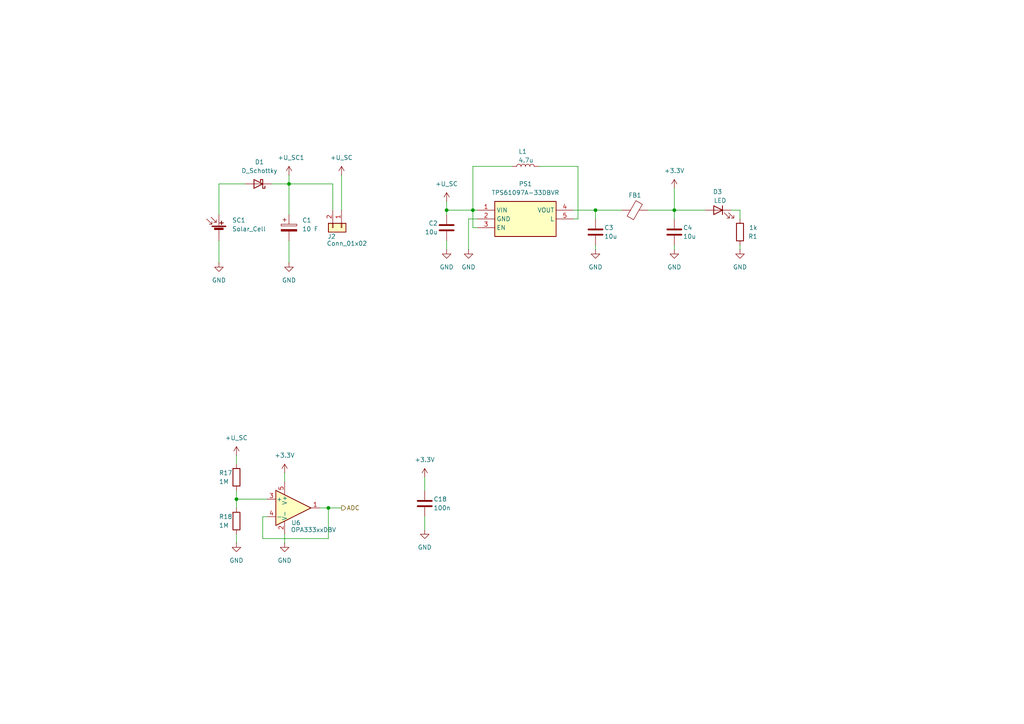
<source format=kicad_sch>
(kicad_sch (version 20231120) (generator "eeschema") (generator_version "8.0")
  (paper "A4")
  (title_block (title "Power") (date "2025-01-03") (company "Vojtech Piroch"))
  (lib_symbols
    (symbol "Amplifier_Operational:OPA333xxDBV" (pin_names (offset 0.127))
      (property "Reference" "U" (at -1.27 6.35 0))
      (property "Value" "OPA333xxDBV" (at -1.27 3.81 0))
      (symbol "OPA333xxDBV_0_1"
        (polyline (pts (xy -5.08 5.08) (xy 5.08 0) (xy -5.08 -5.08) (xy -5.08 5.08)) (stroke (width 0.254)) (fill (type background)))
        (pin power_in line (at -2.54 -7.62 90) (length 3.81) (name "V-") (number "2"))
        (pin power_in line (at -2.54 7.62 270) (length 3.81) (name "V+") (number "5"))
      )
      (symbol "OPA333xxDBV_1_1"
        (pin output line (at 7.62 0 180) (length 2.54) (name "~") (number "1"))
        (pin input line (at -7.62 2.54 0) (length 2.54) (name "+") (number "3"))
        (pin input line (at -7.62 -2.54 0) (length 2.54) (name "-") (number "4"))
      )
    )
    (symbol "Connector_Generic:Conn_01x02" (pin_names (offset 1.016) hide)
      (property "Reference" "J" (at 0 2.54 0))
      (property "Value" "Conn_01x02" (at 0 -5.08 0))
      (symbol "Conn_01x02_1_1"
        (rectangle (start -1.27 -2.413) (end 0 -2.667) (stroke (width 0.1524)))
        (rectangle (start -1.27 0.127) (end 0 -0.127) (stroke (width 0.1524)))
        (rectangle (start -1.27 1.27) (end 1.27 -3.81) (stroke (width 0.254)) (fill (type background)))
        (pin passive line (at -5.08 0 0) (length 3.81) (name "Pin_1") (number "1"))
        (pin passive line (at -5.08 -2.54 0) (length 3.81) (name "Pin_2") (number "2"))
      )
    )
    (symbol "Device:C" (pin_numbers hide) (pin_names (offset 0.254))
      (property "Reference" "C" (at 0.635 2.54 0))
      (property "Value" "C" (at 0.635 -2.54 0))
      (symbol "C_0_1"
        (polyline (pts (xy -2.032 -0.762) (xy 2.032 -0.762)) (stroke (width 0.508)))
        (polyline (pts (xy -2.032 0.762) (xy 2.032 0.762)) (stroke (width 0.508)))
      )
      (symbol "C_1_1"
        (pin passive line (at 0 3.81 270) (length 2.794) (name "~") (number "1"))
        (pin passive line (at 0 -3.81 90) (length 2.794) (name "~") (number "2"))
      )
    )
    (symbol "Device:C_Polarized" (pin_numbers hide) (pin_names (offset 0.254))
      (property "Reference" "C" (at 0.635 2.54 0))
      (property "Value" "C_Polarized" (at 0.635 -2.54 0))
      (symbol "C_Polarized_0_1"
        (rectangle (start -2.286 0.508) (end 2.286 1.016))
        (polyline (pts (xy -1.778 2.286) (xy -0.762 2.286)))
        (polyline (pts (xy -1.27 2.794) (xy -1.27 1.778)))
        (rectangle (start 2.286 -0.508) (end -2.286 -1.016) (fill (type outline)))
      )
      (symbol "C_Polarized_1_1"
        (pin passive line (at 0 3.81 270) (length 2.794) (name "~") (number "1"))
        (pin passive line (at 0 -3.81 90) (length 2.794) (name "~") (number "2"))
      )
    )
    (symbol "Device:D_Schottky" (pin_numbers hide) (pin_names (offset 1.016) hide)
      (property "Reference" "D" (at 0 2.54 0))
      (property "Value" "D_Schottky" (at 0 -2.54 0))
      (symbol "D_Schottky_0_1"
        (polyline (pts (xy 1.27 0) (xy -1.27 0)))
        (polyline (pts (xy 1.27 1.27) (xy 1.27 -1.27) (xy -1.27 0) (xy 1.27 1.27)) (stroke (width 0.254)))
        (polyline (pts (xy -1.905 0.635) (xy -1.905 1.27) (xy -1.27 1.27) (xy -1.27 -1.27) (xy -0.635 -1.27) (xy -0.635 -0.635)) (stroke (width 0.254)))
      )
      (symbol "D_Schottky_1_1"
        (pin passive line (at -3.81 0 0) (length 2.54) (name "K") (number "1"))
        (pin passive line (at 3.81 0 180) (length 2.54) (name "A") (number "2"))
      )
    )
    (symbol "Device:FerriteBead" (pin_numbers hide) (pin_names (offset 0))
      (property "Reference" "FB" (at -3.81 0.635 90))
      (property "Value" "FerriteBead" (at 3.81 0 90))
      (symbol "FerriteBead_0_1"
        (polyline (pts (xy 0 -1.27) (xy 0 -1.2192)))
        (polyline (pts (xy 0 1.27) (xy 0 1.2954)))
        (polyline (pts (xy -2.7686 0.4064) (xy -1.7018 2.2606) (xy 2.7686 -0.3048) (xy 1.6764 -2.159) (xy -2.7686 0.4064)))
      )
      (symbol "FerriteBead_1_1"
        (pin passive line (at 0 3.81 270) (length 2.54) (name "~") (number "1"))
        (pin passive line (at 0 -3.81 90) (length 2.54) (name "~") (number "2"))
      )
    )
    (symbol "Device:L" (pin_numbers hide) (pin_names (offset 1.016) hide)
      (property "Reference" "L" (at -1.27 0 90))
      (property "Value" "L" (at 1.905 0 90))
      (symbol "L_0_1"
        (arc (start 0 -2.54) (mid 0.6323 -1.905) (end 0 -1.27))
        (arc (start 0 -1.27) (mid 0.6323 -0.635) (end 0 0))
        (arc (start 0 0) (mid 0.6323 0.635) (end 0 1.27))
        (arc (start 0 1.27) (mid 0.6323 1.905) (end 0 2.54))
      )
      (symbol "L_1_1"
        (pin passive line (at 0 3.81 270) (length 1.27) (name "1") (number "1"))
        (pin passive line (at 0 -3.81 90) (length 1.27) (name "2") (number "2"))
      )
    )
    (symbol "Device:LED" (pin_numbers hide) (pin_names (offset 1.016) hide)
      (property "Reference" "D" (at 0 2.54 0))
      (property "Value" "LED" (at 0 -2.54 0))
      (symbol "LED_0_1"
        (polyline (pts (xy -1.27 -1.27) (xy -1.27 1.27)) (stroke (width 0.254)))
        (polyline (pts (xy -1.27 0) (xy 1.27 0)))
        (polyline (pts (xy 1.27 -1.27) (xy 1.27 1.27) (xy -1.27 0) (xy 1.27 -1.27)) (stroke (width 0.254)))
        (polyline (pts (xy -3.048 -0.762) (xy -4.572 -2.286) (xy -3.81 -2.286) (xy -4.572 -2.286) (xy -4.572 -1.524)))
        (polyline (pts (xy -1.778 -0.762) (xy -3.302 -2.286) (xy -2.54 -2.286) (xy -3.302 -2.286) (xy -3.302 -1.524)))
      )
      (symbol "LED_1_1"
        (pin passive line (at -3.81 0 0) (length 2.54) (name "K") (number "1"))
        (pin passive line (at 3.81 0 180) (length 2.54) (name "A") (number "2"))
      )
    )
    (symbol "Device:R" (pin_numbers hide) (pin_names (offset 0))
      (property "Reference" "R" (at 2.032 0 90))
      (property "Value" "R" (at 0 0 90))
      (symbol "R_0_1"
        (rectangle (start -1.016 -2.54) (end 1.016 2.54) (stroke (width 0.254)))
      )
      (symbol "R_1_1"
        (pin passive line (at 0 3.81 270) (length 1.27) (name "~") (number "1"))
        (pin passive line (at 0 -3.81 90) (length 1.27) (name "~") (number "2"))
      )
    )
    (symbol "Device:Solar_Cell" (pin_numbers hide) (pin_names (offset 0) hide)
      (property "Reference" "SC" (at 2.54 2.54 0))
      (property "Value" "Solar_Cell" (at 2.54 0 0))
      (symbol "Solar_Cell_0_1"
        (rectangle (start -2.032 1.778) (end 2.032 1.524) (fill (type outline)))
        (rectangle (start -1.3208 1.1938) (end 1.27 0.6858) (fill (type outline)))
        (polyline (pts (xy -2.032 2.286) (xy -3.556 3.81)))
        (polyline (pts (xy -0.762 2.794) (xy -2.286 4.318)))
        (polyline (pts (xy 0 0.762) (xy 0 0)))
        (polyline (pts (xy 0 1.778) (xy 0 2.54)))
        (polyline (pts (xy 0.254 2.667) (xy 1.27 2.667)) (stroke (width 0.254)))
        (polyline (pts (xy 0.762 3.175) (xy 0.762 2.159)) (stroke (width 0.254)))
        (polyline (pts (xy -2.032 3.048) (xy -2.032 2.286) (xy -2.794 2.286)))
        (polyline (pts (xy -0.762 3.556) (xy -0.762 2.794) (xy -1.524 2.794)))
      )
      (symbol "Solar_Cell_1_1"
        (pin passive line (at 0 5.08 270) (length 2.54) (name "+") (number "1"))
        (pin passive line (at 0 -2.54 90) (length 2.54) (name "-") (number "2"))
      )
    )
    (symbol "Library:TPS61097A-33DBVR"
      (property "Reference" "PS" (at 24.13 7.62 0))
      (property "Value" "TPS61097A-33DBVR" (at 24.13 5.08 0))
      (symbol "TPS61097A-33DBVR_1_1"
        (rectangle (start 5.08 2.54) (end 22.86 -7.62) (stroke (width 0.254)) (fill (type background)))
        (pin power_in line (at 0 0 0) (length 5.08) (name "VIN") (number "1"))
        (pin power_in line (at 0 -2.54 0) (length 5.08) (name "GND") (number "2"))
        (pin input line (at 0 -5.08 0) (length 5.08) (name "EN") (number "3"))
        (pin output line (at 27.94 0 180) (length 5.08) (name "VOUT") (number "4"))
        (pin input line (at 27.94 -2.54 180) (length 5.08) (name "L") (number "5"))
      )
    )
    (symbol "power:+3.3V" (power) (pin_numbers hide) (pin_names (offset 0) hide)
      (property "Value" "+3.3V" (at 0 3.556 0))
      (symbol "+3.3V_0_1"
        (polyline (pts (xy -0.762 1.27) (xy 0 2.54)))
        (polyline (pts (xy 0 0) (xy 0 2.54)))
        (polyline (pts (xy 0 2.54) (xy 0.762 1.27)))
      )
      (symbol "+3.3V_1_1"
        (pin power_in line (at 0 0 90) (length 0) (name "~") (number "1"))
      )
    )
    (symbol "power:+BATT" (power) (pin_numbers hide) (pin_names (offset 0) hide)
      (property "Value" "+BATT" (at 0 3.556 0))
      (symbol "+BATT_0_1"
        (polyline (pts (xy -0.762 1.27) (xy 0 2.54)))
        (polyline (pts (xy 0 0) (xy 0 2.54)))
        (polyline (pts (xy 0 2.54) (xy 0.762 1.27)))
      )
      (symbol "+BATT_1_1"
        (pin power_in line (at 0 0 90) (length 0) (name "~") (number "1"))
      )
    )
    (symbol "power:GND" (power) (pin_numbers hide) (pin_names (offset 0) hide)
      (property "Value" "GND" (at 0 -3.81 0))
      (symbol "GND_0_1"
        (polyline (pts (xy 0 0) (xy 0 -1.27) (xy 1.27 -1.27) (xy 0 -2.54) (xy -1.27 -1.27) (xy 0 -1.27)))
      )
      (symbol "GND_1_1"
        (pin power_in line (at 0 0 270) (length 0) (name "~") (number "1"))
      )
    )
  )
  (junction (at 129.54 60.96))
  (junction (at 137.16 60.96))
  (junction (at 195.58 60.96))
  (junction (at 83.82 53.34))
  (junction (at 68.58 144.78))
  (junction (at 172.72 60.96))
  (junction (at 95.25 147.32))
  (wire (pts (xy 63.5 53.34) (xy 71.12 53.34)))
  (wire (pts (xy 63.5 62.23) (xy 63.5 53.34)))
  (wire (pts (xy 76.2 156.21) (xy 95.25 156.21)))
  (wire (pts (xy 172.72 71.12) (xy 172.72 72.39)))
  (wire (pts (xy 123.19 149.86) (xy 123.19 153.67)))
  (wire (pts (xy 83.82 69.85) (xy 83.82 76.2)))
  (wire (pts (xy 195.58 54.61) (xy 195.58 60.96)))
  (wire (pts (xy 92.71 147.32) (xy 95.25 147.32)))
  (wire (pts (xy 138.43 66.04) (xy 137.16 66.04)))
  (wire (pts (xy 214.63 71.12) (xy 214.63 72.39)))
  (wire (pts (xy 129.54 58.42) (xy 129.54 60.96)))
  (wire (pts (xy 95.25 147.32) (xy 99.06 147.32)))
  (wire (pts (xy 68.58 142.24) (xy 68.58 144.78)))
  (wire (pts (xy 77.47 149.86) (xy 76.2 149.86)))
  (wire (pts (xy 63.5 69.85) (xy 63.5 76.2)))
  (wire (pts (xy 195.58 60.96) (xy 195.58 63.5)))
  (wire (pts (xy 166.37 63.5) (xy 167.64 63.5)))
  (wire (pts (xy 76.2 149.86) (xy 76.2 156.21)))
  (wire (pts (xy 138.43 63.5) (xy 135.89 63.5)))
  (wire (pts (xy 166.37 60.96) (xy 172.72 60.96)))
  (wire (pts (xy 99.06 50.8) (xy 99.06 60.96)))
  (wire (pts (xy 123.19 138.43) (xy 123.19 142.24)))
  (wire (pts (xy 68.58 144.78) (xy 77.47 144.78)))
  (wire (pts (xy 83.82 53.34) (xy 83.82 62.23)))
  (wire (pts (xy 148.59 48.26) (xy 137.16 48.26)))
  (wire (pts (xy 135.89 63.5) (xy 135.89 72.39)))
  (wire (pts (xy 172.72 60.96) (xy 180.34 60.96)))
  (wire (pts (xy 167.64 48.26) (xy 167.64 63.5)))
  (wire (pts (xy 137.16 48.26) (xy 137.16 60.96)))
  (wire (pts (xy 68.58 132.08) (xy 68.58 134.62)))
  (wire (pts (xy 95.25 156.21) (xy 95.25 147.32)))
  (wire (pts (xy 214.63 60.96) (xy 214.63 63.5)))
  (wire (pts (xy 195.58 71.12) (xy 195.58 72.39)))
  (wire (pts (xy 82.55 154.94) (xy 82.55 157.48)))
  (wire (pts (xy 212.09 60.96) (xy 214.63 60.96)))
  (wire (pts (xy 187.96 60.96) (xy 195.58 60.96)))
  (wire (pts (xy 96.52 60.96) (xy 96.52 53.34)))
  (wire (pts (xy 172.72 60.96) (xy 172.72 63.5)))
  (wire (pts (xy 82.55 137.16) (xy 82.55 139.7)))
  (wire (pts (xy 129.54 60.96) (xy 137.16 60.96)))
  (wire (pts (xy 137.16 60.96) (xy 138.43 60.96)))
  (wire (pts (xy 156.21 48.26) (xy 167.64 48.26)))
  (wire (pts (xy 195.58 60.96) (xy 204.47 60.96)))
  (wire (pts (xy 68.58 144.78) (xy 68.58 147.32)))
  (wire (pts (xy 129.54 62.23) (xy 129.54 60.96)))
  (wire (pts (xy 96.52 53.34) (xy 83.82 53.34)))
  (wire (pts (xy 129.54 69.85) (xy 129.54 72.39)))
  (wire (pts (xy 78.74 53.34) (xy 83.82 53.34)))
  (wire (pts (xy 137.16 60.96) (xy 137.16 66.04)))
  (wire (pts (xy 83.82 50.8) (xy 83.82 53.34)))
  (wire (pts (xy 68.58 154.94) (xy 68.58 157.48)))
  (hierarchical_label "ADC" (shape output) (at 99.06 147.32 0))
  (symbol (lib_id "Device:R") (at 68.58 138.43 0) (unit 1)
    (property "Reference" "R17" (at 63.5 137.16 0) (effects (justify left)))
    (property "Value" "1M" (at 63.5 139.7 0) (effects (justify left)))
    (property "Footprint" "Resistor_SMD:R_0603_1608Metric_Pad0.98x0.95mm_HandSolder" (effects (hide yes)))
    (property "Description" "Resistor" (effects (hide yes)))
  )
  (symbol (lib_id "power:GND") (at 172.72 72.39 0) (unit 1)
    (property "Reference" "#PWR055" (effects (hide yes)))
    (property "Value" "GND" (at 172.72 77.47 0))
    (property "Description" "Power symbol creates a global label with name \"GND\" , ground" (effects (hide yes)))
  )
  (symbol (lib_id "power:GND") (at 63.5 76.2 0) (unit 1)
    (property "Reference" "#PWR043" (effects (hide yes)))
    (property "Value" "GND" (at 63.5 81.28 0))
    (property "Description" "Power symbol creates a global label with name \"GND\" , ground" (effects (hide yes)))
  )
  (symbol (lib_id "Device:D_Schottky") (at 74.93 53.34 180) (unit 1)
    (property "Reference" "D1" (at 75.2475 46.99 0))
    (property "Value" "D_Schottky" (at 75.2475 49.53 0))
    (property "Footprint" "Diode_SMD:Nexperia_CFP3_SOD-123W" (effects (hide yes)))
    (property "Description" "Schottky diode" (effects (hide yes)))
  )
  (symbol (lib_id "Device:C_Polarized") (at 83.82 66.04 0) (unit 1)
    (property "Reference" "C1" (at 87.63 63.8809 0) (effects (justify left)))
    (property "Value" "10 F" (at 87.63 66.4209 0) (effects (justify left)))
    (property "Footprint" "Library:Supercap_7.5mm" (effects (hide yes)))
    (property "Description" "Polarized capacitor" (effects (hide yes)))
  )
  (symbol (lib_id "Device:FerriteBead") (at 184.15 60.96 90) (unit 1)
    (property "Reference" "FB1" (at 184.15 56.642 90))
    (property "Value" "FerriteBead" (effects (hide yes)))
    (property "Footprint" "Library:BLM21AG102BH1J" (effects (hide yes)))
    (property "Description" "Ferrite bead" (effects (hide yes)))
  )
  (symbol (lib_id "Device:R") (at 68.58 151.13 0) (unit 1)
    (property "Reference" "R18" (at 63.5 149.86 0) (effects (justify left)))
    (property "Value" "1M" (at 63.5 152.4 0) (effects (justify left)))
    (property "Footprint" "Resistor_SMD:R_0603_1608Metric_Pad0.98x0.95mm_HandSolder" (effects (hide yes)))
    (property "Description" "Resistor" (effects (hide yes)))
  )
  (symbol (lib_id "power:GND") (at 135.89 72.39 0) (unit 1)
    (property "Reference" "#PWR054" (effects (hide yes)))
    (property "Value" "GND" (at 135.89 77.47 0))
    (property "Description" "Power symbol creates a global label with name \"GND\" , ground" (effects (hide yes)))
  )
  (symbol (lib_id "power:+BATT") (at 129.54 58.42 0) (unit 1)
    (property "Reference" "#PWR056" (effects (hide yes)))
    (property "Value" "+U_SC" (at 126.238 53.34 0) (effects (justify left)))
    (property "Description" "Power symbol creates a global label with name \"+BATT\"" (effects (hide yes)))
  )
  (symbol (lib_id "Device:C") (at 129.54 66.04 0) (mirror y) (unit 1)
    (property "Reference" "C2" (at 127 64.77 0) (effects (justify left)))
    (property "Value" "10u" (at 127 67.31 0) (effects (justify left)))
    (property "Footprint" "Capacitor_SMD:C_0603_1608Metric_Pad1.08x0.95mm_HandSolder" (effects (hide yes)))
    (property "Description" "Unpolarized capacitor" (effects (hide yes)))
  )
  (symbol (lib_id "power:+BATT") (at 99.06 50.8 0) (unit 1)
    (property "Reference" "#PWR035" (effects (hide yes)))
    (property "Value" "+U_SC" (at 95.758 45.72 0) (effects (justify left)))
    (property "Description" "Power symbol creates a global label with name \"+BATT\"" (effects (hide yes)))
  )
  (symbol (lib_id "power:GND") (at 123.19 153.67 0) (unit 1)
    (property "Reference" "#PWR051" (effects (hide yes)))
    (property "Value" "GND" (at 123.19 158.75 0))
    (property "Description" "Power symbol creates a global label with name \"GND\" , ground" (effects (hide yes)))
  )
  (symbol (lib_id "power:+BATT") (at 83.82 50.8 0) (unit 1)
    (property "Reference" "#PWR045" (effects (hide yes)))
    (property "Value" "+U_SC1" (at 80.518 45.72 0) (effects (justify left)))
    (property "Description" "Power symbol creates a global label with name \"+BATT\"" (effects (hide yes)))
  )
  (symbol (lib_id "Device:LED") (at 208.28 60.96 0) (mirror y) (unit 1)
    (property "Reference" "D3" (at 206.756 55.626 0) (effects (justify right)))
    (property "Value" "LED" (at 207.01 58.166 0) (effects (justify right)))
    (property "Footprint" "LED_SMD:LED_0603_1608Metric_Pad1.05x0.95mm_HandSolder" (effects (hide yes)))
    (property "Description" "Light emitting diode" (effects (hide yes)))
  )
  (symbol (lib_id "Device:R") (at 214.63 67.31 180) (unit 1)
    (property "Reference" "R1" (at 219.71 68.58 0) (effects (justify left)))
    (property "Value" "1k" (at 219.71 66.04 0) (effects (justify left)))
    (property "Footprint" "Resistor_SMD:R_0603_1608Metric_Pad0.98x0.95mm_HandSolder" (effects (hide yes)))
    (property "Description" "Resistor" (effects (hide yes)))
  )
  (symbol (lib_id "power:GND") (at 83.82 76.2 0) (unit 1)
    (property "Reference" "#PWR044" (effects (hide yes)))
    (property "Value" "GND" (at 83.82 81.28 0))
    (property "Description" "Power symbol creates a global label with name \"GND\" , ground" (effects (hide yes)))
  )
  (symbol (lib_id "power:+3.3V") (at 82.55 137.16 0) (unit 1)
    (property "Reference" "#PWR049" (effects (hide yes)))
    (property "Value" "+3.3V" (at 82.55 132.08 0))
    (property "Description" "Power symbol creates a global label with name \"+3.3V\"" (effects (hide yes)))
  )
  (symbol (lib_id "power:GND") (at 129.54 72.39 0) (unit 1)
    (property "Reference" "#PWR017" (effects (hide yes)))
    (property "Value" "GND" (at 129.54 77.47 0))
    (property "Description" "Power symbol creates a global label with name \"GND\" , ground" (effects (hide yes)))
  )
  (symbol (lib_id "power:GND") (at 68.58 157.48 0) (unit 1)
    (property "Reference" "#PWR048" (effects (hide yes)))
    (property "Value" "GND" (at 68.58 162.56 0))
    (property "Description" "Power symbol creates a global label with name \"GND\" , ground" (effects (hide yes)))
  )
  (symbol (lib_id "power:+BATT") (at 68.58 132.08 0) (unit 1)
    (property "Reference" "#PWR046" (effects (hide yes)))
    (property "Value" "+U_SC" (at 65.278 127 0) (effects (justify left)))
    (property "Description" "Power symbol creates a global label with name \"+BATT\"" (effects (hide yes)))
  )
  (symbol (lib_id "power:GND") (at 82.55 157.48 0) (unit 1)
    (property "Reference" "#PWR047" (effects (hide yes)))
    (property "Value" "GND" (at 82.55 162.56 0))
    (property "Description" "Power symbol creates a global label with name \"GND\" , ground" (effects (hide yes)))
  )
  (symbol (lib_id "Connector_Generic:Conn_01x02") (at 99.06 66.04 270) (unit 1)
    (property "Reference" "J2" (at 94.996 68.58 90) (effects (justify left)))
    (property "Value" "Conn_01x02" (at 94.742 70.612 90) (effects (justify left)))
    (property "Footprint" "Connector_PinHeader_2.54mm:PinHeader_1x02_P2.54mm_Vertical" (effects (hide yes)))
    (property "Description" "Generic connector, single row, 01x02, script generated (kicad-library-utils/schlib/autogen/connector/)" (effects (hide yes)))
  )
  (symbol (lib_id "Library:TPS61097A-33DBVR") (at 138.43 60.96 0) (unit 1)
    (property "Reference" "PS1" (at 152.4 53.34 0))
    (property "Value" "TPS61097A-33DBVR" (at 152.4 55.88 0))
    (property "Footprint" "Library:SOT95P280X145-5N" (effects (hide yes)))
    (property "Datasheet" "https://rs.componentsearchengine.com/Datasheets/2/TPS61097A-33DBVR.pdf" (effects (hide yes)))
    (property "Description" "TEXAS INSTRUMENTS - TPS61097A-33DBVR - DC/DC SYNC CONV, BOOST, 2MHZ, SOT-23-5" (effects (hide yes)))
    (property "Height" "1.45" (effects (hide yes)))
    (property "Mouser Part Number" "595-TPS61097A-33DBVR" (effects (hide yes)))
    (property "Mouser Price/Stock" "https://www.mouser.co.uk/ProductDetail/Texas-Instruments/TPS61097A-33DBVR?qs=sU0fTKI0Lun1Vp%252B1oRmuoQ%3D%3D" (effects (hide yes)))
    (property "Manufacturer_Name" "Texas Instruments" (effects (hide yes)))
    (property "Manufacturer_Part_Number" "TPS61097A-33DBVR" (effects (hide yes)))
  )
  (symbol (lib_id "Device:C") (at 172.72 67.31 0) (unit 1)
    (property "Reference" "C3" (at 175.26 66.04 0) (effects (justify left)))
    (property "Value" "10u" (at 175.26 68.58 0) (effects (justify left)))
    (property "Footprint" "Capacitor_SMD:C_0603_1608Metric_Pad1.08x0.95mm_HandSolder" (effects (hide yes)))
    (property "Description" "Unpolarized capacitor" (effects (hide yes)))
  )
  (symbol (lib_id "power:+3.3V") (at 195.58 54.61 0) (unit 1)
    (property "Reference" "#PWR020" (effects (hide yes)))
    (property "Value" "+3.3V" (at 195.58 49.53 0))
    (property "Description" "Power symbol creates a global label with name \"+3.3V\"" (effects (hide yes)))
  )
  (symbol (lib_id "Device:L") (at 152.4 48.26 90) (unit 1)
    (property "Reference" "L1" (at 150.368 43.942 90) (effects (justify right)))
    (property "Value" "4.7u" (at 150.368 46.482 90) (effects (justify right)))
    (property "Footprint" "Inductor_SMD:L_0603_1608Metric_Pad1.05x0.95mm_HandSolder" (effects (hide yes)))
    (property "Description" "Inductor" (effects (hide yes)))
  )
  (symbol (lib_id "Device:C") (at 195.58 67.31 0) (unit 1)
    (property "Reference" "C4" (at 198.12 66.04 0) (effects (justify left)))
    (property "Value" "10u" (at 198.12 68.58 0) (effects (justify left)))
    (property "Footprint" "Capacitor_SMD:C_0603_1608Metric_Pad1.08x0.95mm_HandSolder" (effects (hide yes)))
    (property "Description" "Unpolarized capacitor" (effects (hide yes)))
  )
  (symbol (lib_id "power:GND") (at 214.63 72.39 0) (unit 1)
    (property "Reference" "#PWR062" (effects (hide yes)))
    (property "Value" "GND" (at 214.63 77.47 0))
    (property "Description" "Power symbol creates a global label with name \"GND\" , ground" (effects (hide yes)))
  )
  (symbol (lib_id "Device:C") (at 123.19 146.05 0) (unit 1)
    (property "Reference" "C18" (at 125.73 144.78 0) (effects (justify left)))
    (property "Value" "100n" (at 125.73 147.32 0) (effects (justify left)))
    (property "Footprint" "Capacitor_SMD:C_0603_1608Metric_Pad1.08x0.95mm_HandSolder" (effects (hide yes)))
    (property "Description" "Unpolarized capacitor" (effects (hide yes)))
  )
  (symbol (lib_id "power:GND") (at 195.58 72.39 0) (unit 1)
    (property "Reference" "#PWR057" (effects (hide yes)))
    (property "Value" "GND" (at 195.58 77.47 0))
    (property "Description" "Power symbol creates a global label with name \"GND\" , ground" (effects (hide yes)))
  )
  (symbol (lib_id "Amplifier_Operational:OPA333xxDBV") (at 85.09 147.32 0) (unit 1)
    (property "Reference" "U6" (at 85.852 151.638 0))
    (property "Value" "OPA333xxDBV" (at 90.932 153.67 0))
    (property "Footprint" "Package_TO_SOT_SMD:SOT-23-5" (effects (hide yes)))
    (property "Datasheet" "http://www.ti.com/lit/ds/symlink/opa333.pdf" (effects (hide yes)))
    (property "Description" "Single 1.8V, microPower, CMOS Operational Amplifiers, Zero-Drift Series, SOT-23-5" (effects (hide yes)))
  )
  (symbol (lib_id "power:+3.3V") (at 123.19 138.43 0) (unit 1)
    (property "Reference" "#PWR050" (effects (hide yes)))
    (property "Value" "+3.3V" (at 123.19 133.35 0))
    (property "Description" "Power symbol creates a global label with name \"+3.3V\"" (effects (hide yes)))
  )
  (symbol (lib_id "Device:Solar_Cell") (at 63.5 67.31 0) (unit 1)
    (property "Reference" "SC1" (at 67.31 63.8809 0) (effects (justify left)))
    (property "Value" "Solar_Cell" (at 67.31 66.4209 0) (effects (justify left)))
    (property "Footprint" "Connector_PinHeader_2.54mm:PinHeader_1x02_P2.54mm_Vertical" (effects (hide yes)))
    (property "Description" "Single solar cell" (effects (hide yes)))
  )
)
</source>
